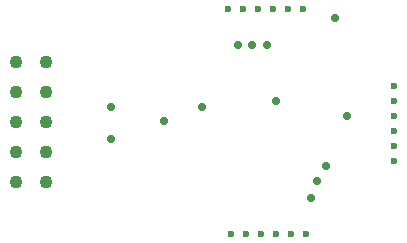
<source format=gbr>
%TF.GenerationSoftware,Altium Limited,Altium Designer,23.1.1 (15)*%
G04 Layer_Color=0*
%FSLAX45Y45*%
%MOMM*%
%TF.SameCoordinates,911EB459-FC51-413D-8FB5-29AF24146691*%
%TF.FilePolarity,Positive*%
%TF.FileFunction,Plated,1,2,PTH,Drill*%
%TF.Part,Single*%
G01*
G75*
%TA.AperFunction,ComponentDrill*%
%ADD38C,0.60000*%
%ADD39C,1.10000*%
%ADD40C,0.60000*%
%TA.AperFunction,ViaDrill,NotFilled*%
%ADD41C,0.71120*%
D38*
X2927000Y2100000D02*
D03*
X2800000D02*
D03*
X2673000D02*
D03*
X2546000D02*
D03*
X2419000D02*
D03*
X2292000D02*
D03*
X2319000Y200000D02*
D03*
X2446000D02*
D03*
X2573000D02*
D03*
X2700000D02*
D03*
X2827000D02*
D03*
X2954000D02*
D03*
D39*
X500000Y1654000D02*
D03*
Y1400000D02*
D03*
X754000Y1654000D02*
D03*
Y1400000D02*
D03*
X500000Y1146000D02*
D03*
X754000D02*
D03*
X500000Y892000D02*
D03*
X754000D02*
D03*
X500000Y638000D02*
D03*
X754000D02*
D03*
D40*
X3700000Y819000D02*
D03*
Y946000D02*
D03*
Y1073000D02*
D03*
Y1200000D02*
D03*
Y1327000D02*
D03*
Y1454000D02*
D03*
D41*
X3300000Y1200000D02*
D03*
X2075000Y1275000D02*
D03*
X2375000Y1800000D02*
D03*
X1300000Y1000000D02*
D03*
Y1275000D02*
D03*
X2500000Y1800000D02*
D03*
X2625000D02*
D03*
X3200000Y2025000D02*
D03*
X2700000Y1325000D02*
D03*
X1750000Y1150000D02*
D03*
X3125000Y775000D02*
D03*
X3000000Y500000D02*
D03*
X3050000Y650000D02*
D03*
%TF.MD5,3c07b2a0c32a3e3fffdc6472554df427*%
M02*

</source>
